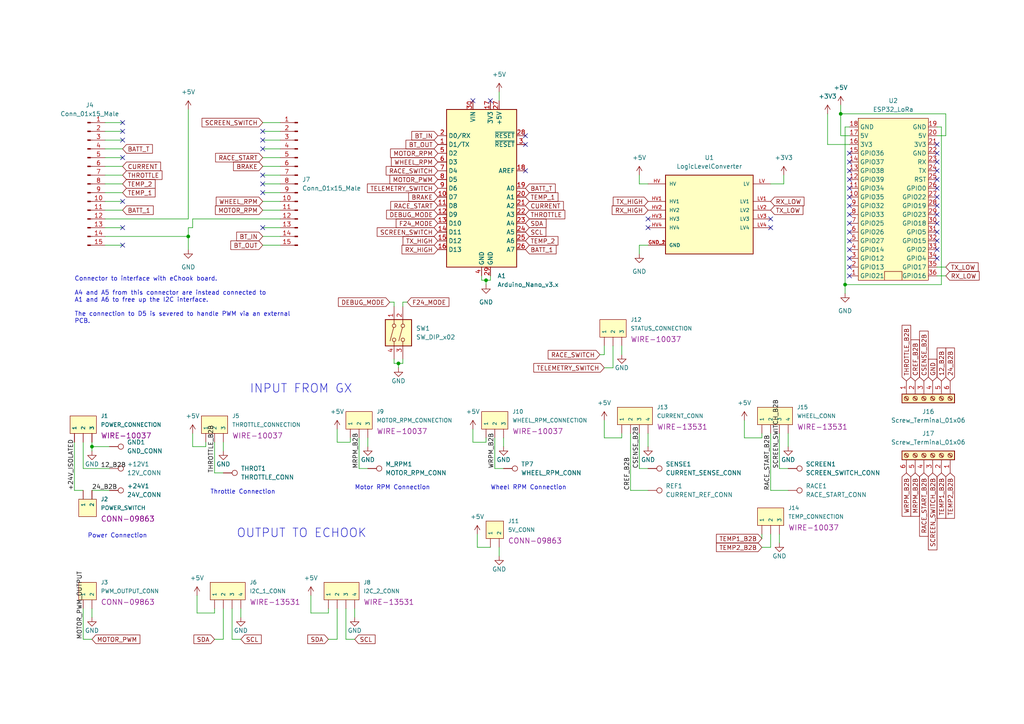
<source format=kicad_sch>
(kicad_sch (version 20211123) (generator eeschema)
  (paper "A4")
  (lib_symbols
    (symbol "Connector:Conn_01x15_Male" (pin_names (offset 1.016) hide)
      (property "Reference" "J" (at 0 20.32 0))
      (property "Value" "Conn_01x15_Male" (at 0 -20.32 0))
      (symbol "Conn_01x15_Male_1_1"
        (polyline (pts (xy 1.27 -17.78) (xy 0.8636 -17.78)) (stroke (width 0.1524)))
        (polyline (pts (xy 1.27 -15.24) (xy 0.8636 -15.24)) (stroke (width 0.1524)))
        (polyline (pts (xy 1.27 -12.7) (xy 0.8636 -12.7)) (stroke (width 0.1524)))
        (polyline (pts (xy 1.27 -10.16) (xy 0.8636 -10.16)) (stroke (width 0.1524)))
        (polyline (pts (xy 1.27 -7.62) (xy 0.8636 -7.62)) (stroke (width 0.1524)))
        (polyline (pts (xy 1.27 -5.08) (xy 0.8636 -5.08)) (stroke (width 0.1524)))
        (polyline (pts (xy 1.27 -2.54) (xy 0.8636 -2.54)) (stroke (width 0.1524)))
        (polyline (pts (xy 1.27 0) (xy 0.8636 0)) (stroke (width 0.1524)))
        (polyline (pts (xy 1.27 2.54) (xy 0.8636 2.54)) (stroke (width 0.1524)))
        (polyline (pts (xy 1.27 5.08) (xy 0.8636 5.08)) (stroke (width 0.1524)))
        (polyline (pts (xy 1.27 7.62) (xy 0.8636 7.62)) (stroke (width 0.1524)))
        (polyline (pts (xy 1.27 10.16) (xy 0.8636 10.16)) (stroke (width 0.1524)))
        (polyline (pts (xy 1.27 12.7) (xy 0.8636 12.7)) (stroke (width 0.1524)))
        (polyline (pts (xy 1.27 15.24) (xy 0.8636 15.24)) (stroke (width 0.1524)))
        (polyline (pts (xy 1.27 17.78) (xy 0.8636 17.78)) (stroke (width 0.1524)))
        (rectangle (start 0.8636 -17.653) (end 0 -17.907) (stroke (width 0.1524)) (fill (type outline)))
        (rectangle (start 0.8636 -15.113) (end 0 -15.367) (stroke (width 0.1524)) (fill (type outline)))
        (rectangle (start 0.8636 -12.573) (end 0 -12.827) (stroke (width 0.1524)) (fill (type outline)))
        (rectangle (start 0.8636 -10.033) (end 0 -10.287) (stroke (width 0.1524)) (fill (type outline)))
        (rectangle (start 0.8636 -7.493) (end 0 -7.747) (stroke (width 0.1524)) (fill (type outline)))
        (rectangle (start 0.8636 -4.953) (end 0 -5.207) (stroke (width 0.1524)) (fill (type outline)))
        (rectangle (start 0.8636 -2.413) (end 0 -2.667) (stroke (width 0.1524)) (fill (type outline)))
        (rectangle (start 0.8636 0.127) (end 0 -0.127) (stroke (width 0.1524)) (fill (type outline)))
        (rectangle (start 0.8636 2.667) (end 0 2.413) (stroke (width 0.1524)) (fill (type outline)))
        (rectangle (start 0.8636 5.207) (end 0 4.953) (stroke (width 0.1524)) (fill (type outline)))
        (rectangle (start 0.8636 7.747) (end 0 7.493) (stroke (width 0.1524)) (fill (type outline)))
        (rectangle (start 0.8636 10.287) (end 0 10.033) (stroke (width 0.1524)) (fill (type outline)))
        (rectangle (start 0.8636 12.827) (end 0 12.573) (stroke (width 0.1524)) (fill (type outline)))
        (rectangle (start 0.8636 15.367) (end 0 15.113) (stroke (width 0.1524)) (fill (type outline)))
        (rectangle (start 0.8636 17.907) (end 0 17.653) (stroke (width 0.1524)) (fill (type outline)))
        (pin passive line (at 5.08 17.78 180) (length 3.81) (name "Pin_1") (number "1"))
        (pin passive line (at 5.08 -5.08 180) (length 3.81) (name "Pin_10") (number "10"))
        (pin passive line (at 5.08 -7.62 180) (length 3.81) (name "Pin_11") (number "11"))
        (pin passive line (at 5.08 -10.16 180) (length 3.81) (name "Pin_12") (number "12"))
        (pin passive line (at 5.08 -12.7 180) (length 3.81) (name "Pin_13") (number "13"))
        (pin passive line (at 5.08 -15.24 180) (length 3.81) (name "Pin_14") (number "14"))
        (pin passive line (at 5.08 -17.78 180) (length 3.81) (name "Pin_15") (number "15"))
        (pin passive line (at 5.08 15.24 180) (length 3.81) (name "Pin_2") (number "2"))
        (pin passive line (at 5.08 12.7 180) (length 3.81) (name "Pin_3") (number "3"))
        (pin passive line (at 5.08 10.16 180) (length 3.81) (name "Pin_4") (number "4"))
        (pin passive line (at 5.08 7.62 180) (length 3.81) (name "Pin_5") (number "5"))
        (pin passive line (at 5.08 5.08 180) (length 3.81) (name "Pin_6") (number "6"))
        (pin passive line (at 5.08 2.54 180) (length 3.81) (name "Pin_7") (number "7"))
        (pin passive line (at 5.08 0 180) (length 3.81) (name "Pin_8") (number "8"))
        (pin passive line (at 5.08 -2.54 180) (length 3.81) (name "Pin_9") (number "9"))
      )
    )
    (symbol "Connector:Screw_Terminal_01x06" (pin_names (offset 1.016) hide)
      (property "Reference" "J" (at 0 7.62 0))
      (property "Value" "Screw_Terminal_01x06" (at 0 -10.16 0))
      (symbol "Screw_Terminal_01x06_1_1"
        (rectangle (start -1.27 6.35) (end 1.27 -8.89) (stroke (width 0.254)) (fill (type background)))
        (circle (center 0 -7.62) (radius 0.635) (stroke (width 0.1524)))
        (circle (center 0 -5.08) (radius 0.635) (stroke (width 0.1524)))
        (circle (center 0 -2.54) (radius 0.635) (stroke (width 0.1524)))
        (polyline (pts (xy -0.5334 -7.2898) (xy 0.3302 -8.128)) (stroke (width 0.1524)))
        (polyline (pts (xy -0.5334 -4.7498) (xy 0.3302 -5.588)) (stroke (width 0.1524)))
        (polyline (pts (xy -0.5334 -2.2098) (xy 0.3302 -3.048)) (stroke (width 0.1524)))
        (polyline (pts (xy -0.5334 0.3302) (xy 0.3302 -0.508)) (stroke (width 0.1524)))
        (polyline (pts (xy -0.5334 2.8702) (xy 0.3302 2.032)) (stroke (width 0.1524)))
        (polyline (pts (xy -0.5334 5.4102) (xy 0.3302 4.572)) (stroke (width 0.1524)))
        (polyline (pts (xy -0.3556 -7.112) (xy 0.508 -7.9502)) (stroke (width 0.1524)))
        (polyline (pts (xy -0.3556 -4.572) (xy 0.508 -5.4102)) (stroke (width 0.1524)))
        (polyline (pts (xy -0.3556 -2.032) (xy 0.508 -2.8702)) (stroke (width 0.1524)))
        (polyline (pts (xy -0.3556 0.508) (xy 0.508 -0.3302)) (stroke (width 0.1524)))
        (polyline (pts (xy -0.3556 3.048) (xy 0.508 2.2098)) (stroke (width 0.1524)))
        (polyline (pts (xy -0.3556 5.588) (xy 0.508 4.7498)) (stroke (width 0.1524)))
        (circle (center 0 0) (radius 0.635) (stroke (width 0.1524)))
        (circle (center 0 2.54) (radius 0.635) (stroke (width 0.1524)))
        (circle (center 0 5.08) (radius 0.635) (stroke (width 0.1524)))
        (pin passive line (at -5.08 5.08 0) (length 3.81) (name "Pin_1") (number "1"))
        (pin passive line (at -5.08 2.54 0) (length 3.81) (name "Pin_2") (number "2"))
        (pin passive line (at -5.08 0 0) (length 3.81) (name "Pin_3") (number "3"))
        (pin passive line (at -5.08 -2.54 0) (length 3.81) (name "Pin_4") (number "4"))
        (pin passive line (at -5.08 -5.08 0) (length 3.81) (name "Pin_5") (number "5"))
        (pin passive line (at -5.08 -7.62 0) (length 3.81) (name "Pin_6") (number "6"))
      )
    )
    (symbol "Connector:TestPoint" (pin_numbers hide) (pin_names (offset 0.762) hide)
      (property "Reference" "TP" (at 0 6.858 0))
      (property "Value" "TestPoint" (at 0 5.08 0))
      (symbol "TestPoint_0_1"
        (circle (center 0 3.302) (radius 0.762))
      )
      (symbol "TestPoint_1_1"
        (pin passive line (at 0 0 90) (length 2.54) (name "1") (number "1"))
      )
    )
    (symbol "MCU_Module:Arduino_Nano_v3.x"
      (property "Reference" "A" (at -10.16 23.495 0))
      (property "Value" "Arduino_Nano_v3.x" (at 5.08 -24.13 0))
      (symbol "Arduino_Nano_v3.x_0_1"
        (rectangle (start -10.16 22.86) (end 10.16 -22.86) (stroke (width 0.254)) (fill (type background)))
      )
      (symbol "Arduino_Nano_v3.x_1_1"
        (pin bidirectional line (at -12.7 12.7 0) (length 2.54) (name "D1/TX") (number "1"))
        (pin bidirectional line (at -12.7 -2.54 0) (length 2.54) (name "D7") (number "10"))
        (pin bidirectional line (at -12.7 -5.08 0) (length 2.54) (name "D8") (number "11"))
        (pin bidirectional line (at -12.7 -7.62 0) (length 2.54) (name "D9") (number "12"))
        (pin bidirectional line (at -12.7 -10.16 0) (length 2.54) (name "D10") (number "13"))
        (pin bidirectional line (at -12.7 -12.7 0) (length 2.54) (name "D11") (number "14"))
        (pin bidirectional line (at -12.7 -15.24 0) (length 2.54) (name "D12") (number "15"))
        (pin bidirectional line (at -12.7 -17.78 0) (length 2.54) (name "D13") (number "16"))
        (pin power_out line (at 2.54 25.4 270) (length 2.54) (name "3V3") (number "17"))
        (pin input line (at 12.7 5.08 180) (length 2.54) (name "AREF") (number "18"))
        (pin bidirectional line (at 12.7 0 180) (length 2.54) (name "A0") (number "19"))
        (pin bidirectional line (at -12.7 15.24 0) (length 2.54) (name "D0/RX") (number "2"))
        (pin bidirectional line (at 12.7 -2.54 180) (length 2.54) (name "A1") (number "20"))
        (pin bidirectional line (at 12.7 -5.08 180) (length 2.54) (name "A2") (number "21"))
        (pin bidirectional line (at 12.7 -7.62 180) (length 2.54) (name "A3") (number "22"))
        (pin bidirectional line (at 12.7 -10.16 180) (length 2.54) (name "A4") (number "23"))
        (pin bidirectional line (at 12.7 -12.7 180) (length 2.54) (name "A5") (number "24"))
        (pin bidirectional line (at 12.7 -15.24 180) (length 2.54) (name "A6") (number "25"))
        (pin bidirectional line (at 12.7 -17.78 180) (length 2.54) (name "A7") (number "26"))
        (pin power_out line (at 5.08 25.4 270) (length 2.54) (name "+5V") (number "27"))
        (pin input line (at 12.7 15.24 180) (length 2.54) (name "~{RESET}") (number "28"))
        (pin power_in line (at 2.54 -25.4 90) (length 2.54) (name "GND") (number "29"))
        (pin input line (at 12.7 12.7 180) (length 2.54) (name "~{RESET}") (number "3"))
        (pin power_in line (at -2.54 25.4 270) (length 2.54) (name "VIN") (number "30"))
        (pin power_in line (at 0 -25.4 90) (length 2.54) (name "GND") (number "4"))
        (pin bidirectional line (at -12.7 10.16 0) (length 2.54) (name "D2") (number "5"))
        (pin bidirectional line (at -12.7 7.62 0) (length 2.54) (name "D3") (number "6"))
        (pin bidirectional line (at -12.7 5.08 0) (length 2.54) (name "D4") (number "7"))
        (pin bidirectional line (at -12.7 2.54 0) (length 2.54) (name "D5") (number "8"))
        (pin bidirectional line (at -12.7 0 0) (length 2.54) (name "D6") (number "9"))
      )
    )
    (symbol "SparkFun-Connectors:CONN_02JST-PTH-2" (pin_numbers hide) (pin_names (offset 1.016))
      (property "Reference" "J" (at -5.08 5.08 0))
      (property "Value" "CONN_02JST-PTH-2" (at -5.08 -3.81 0))
      (property "Field4" "CONN-09863" (at 0 8.89 0))
      (symbol "CONN_02JST-PTH-2_1_0"
        (rectangle (start 0 -1.27) (end -5.08 3.81) (fill (type background)))
      )
      (symbol "CONN_02JST-PTH-2_1_1"
        (pin passive line (at 2.54 0 180) (length 2.54) (name "1") (number "1"))
        (pin passive line (at 2.54 2.54 180) (length 2.54) (name "2") (number "2"))
      )
    )
    (symbol "SparkFun-Connectors:CONN_03JST-PTH" (pin_numbers hide) (pin_names (offset 1.016))
      (property "Reference" "J" (at -5.08 7.62 0))
      (property "Value" "CONN_03JST-PTH" (at -5.08 -3.81 0))
      (property "Field4" "WIRE-10037" (at 0 11.43 0))
      (symbol "CONN_03JST-PTH_0_1"
        (rectangle (start 0 -1.27) (end -5.08 6.35) (fill (type background)))
      )
      (symbol "CONN_03JST-PTH_1_1"
        (pin passive line (at 2.54 0 180) (length 2.54) (name "1") (number "1"))
        (pin passive line (at 2.54 2.54 180) (length 2.54) (name "2") (number "2"))
        (pin passive line (at 2.54 5.08 180) (length 2.54) (name "3") (number "3"))
      )
    )
    (symbol "SparkFun-Connectors:CONN_04JST-PTH" (pin_numbers hide) (pin_names (offset 1.016))
      (property "Reference" "J" (at -5.08 10.16 0))
      (property "Value" "CONN_04JST-PTH" (at -5.08 -3.81 0))
      (property "Field4" "WIRE-13531" (at 0 13.97 0))
      (symbol "CONN_04JST-PTH_0_1"
        (rectangle (start 0 -1.27) (end -5.08 8.89) (fill (type background)))
      )
      (symbol "CONN_04JST-PTH_1_1"
        (pin passive line (at 2.54 0 180) (length 2.54) (name "1") (number "1"))
        (pin passive line (at 2.54 2.54 180) (length 2.54) (name "2") (number "2"))
        (pin passive line (at 2.54 5.08 180) (length 2.54) (name "3") (number "3"))
        (pin passive line (at 2.54 7.62 180) (length 2.54) (name "4") (number "4"))
      )
    )
    (symbol "Switch:SW_DIP_x02" (pin_names (offset 0) hide)
      (property "Reference" "SW" (at 0 6.35 0))
      (property "Value" "SW_DIP_x02" (at 0 -3.81 0))
      (symbol "SW_DIP_x02_0_0"
        (circle (center -2.032 0) (radius 0.508))
        (circle (center -2.032 2.54) (radius 0.508))
        (polyline (pts (xy -1.524 0.127) (xy 2.3622 1.1684)))
        (polyline (pts (xy -1.524 2.667) (xy 2.3622 3.7084)))
        (circle (center 2.032 0) (radius 0.508))
        (circle (center 2.032 2.54) (radius 0.508))
      )
      (symbol "SW_DIP_x02_0_1"
        (rectangle (start -3.81 5.08) (end 3.81 -2.54) (stroke (width 0.254)) (fill (type background)))
      )
      (symbol "SW_DIP_x02_1_1"
        (pin passive line (at -7.62 2.54 0) (length 5.08) (name "~") (number "1"))
        (pin passive line (at -7.62 0 0) (length 5.08) (name "~") (number "2"))
        (pin passive line (at 7.62 0 180) (length 5.08) (name "~") (number "3"))
        (pin passive line (at 7.62 2.54 180) (length 5.08) (name "~") (number "4"))
      )
    )
    (symbol "power:+3V3" (power) (pin_names (offset 0))
      (property "Value" "+3V3" (at 0 3.556 0))
      (symbol "+3V3_0_1"
        (polyline (pts (xy -0.762 1.27) (xy 0 2.54)))
        (polyline (pts (xy 0 0) (xy 0 2.54)))
        (polyline (pts (xy 0 2.54) (xy 0.762 1.27)))
      )
      (symbol "+3V3_1_1"
        (pin power_in line (at 0 0 90) (length 0) hide (name "+3V3") (number "1"))
      )
    )
    (symbol "power:+5V" (power) (pin_names (offset 0))
      (property "Value" "+5V" (at 0 3.556 0))
      (symbol "+5V_0_1"
        (polyline (pts (xy -0.762 1.27) (xy 0 2.54)))
        (polyline (pts (xy 0 0) (xy 0 2.54)))
        (polyline (pts (xy 0 2.54) (xy 0.762 1.27)))
      )
      (symbol "+5V_1_1"
        (pin power_in line (at 0 0 90) (length 0) hide (name "+5V") (number "1"))
      )
    )
    (symbol "power:GND" (power) (pin_names (offset 0))
      (property "Value" "GND" (at 0 -3.81 0))
      (symbol "GND_0_1"
        (polyline (pts (xy 0 0) (xy 0 -1.27) (xy 1.27 -1.27) (xy 0 -2.54) (xy -1.27 -1.27) (xy 0 -1.27)))
      )
      (symbol "GND_1_1"
        (pin power_in line (at 0 0 270) (length 0) hide (name "GND") (number "1"))
      )
    )
    (symbol "racetrackr:ESP32_LoRa"
      (property "Reference" "U" (at 0 0 0))
      (property "Value" "ESP32_LoRa" (at 0 0 0))
      (symbol "ESP32_LoRa_0_1"
        (rectangle (start -10.16 49.53) (end 10.16 2.54) (fill (type background)))
        (rectangle (start -2.54 2.54) (end 2.54 5.08))
      )
      (symbol "ESP32_LoRa_1_1"
        (pin input line (at -12.7 3.81 0) (length 2.54) (name "GPIO21") (number "1"))
        (pin input line (at -12.7 26.67 0) (length 2.54) (name "GPIO35") (number "10"))
        (pin input line (at -12.7 29.21 0) (length 2.54) (name "GPIO34") (number "11"))
        (pin input line (at -12.7 31.75 0) (length 2.54) (name "GPIO39") (number "12"))
        (pin input line (at -12.7 34.29 0) (length 2.54) (name "GPIO38") (number "13"))
        (pin input line (at -12.7 36.83 0) (length 2.54) (name "GPIO37") (number "14"))
        (pin input line (at -12.7 39.37 0) (length 2.54) (name "GPIO36") (number "15"))
        (pin power_in line (at -12.7 41.91 0) (length 2.54) (name "3V3") (number "16"))
        (pin power_in line (at -12.7 44.45 0) (length 2.54) (name "5V") (number "17"))
        (pin power_in line (at -12.7 46.99 0) (length 2.54) (name "GND") (number "18"))
        (pin power_in line (at 12.7 46.99 180) (length 2.54) (name "GND") (number "19"))
        (pin input line (at -12.7 6.35 0) (length 2.54) (name "GPIO13") (number "2"))
        (pin power_in line (at 12.7 44.45 180) (length 2.54) (name "5V") (number "20"))
        (pin power_in line (at 12.7 41.91 180) (length 2.54) (name "3V3") (number "21"))
        (pin power_in line (at 12.7 39.37 180) (length 2.54) (name "GND") (number "22"))
        (pin input line (at 12.7 36.83 180) (length 2.54) (name "RX") (number "23"))
        (pin input line (at 12.7 34.29 180) (length 2.54) (name "TX") (number "24"))
        (pin input line (at 12.7 31.75 180) (length 2.54) (name "RST") (number "25"))
        (pin input line (at 12.7 29.21 180) (length 2.54) (name "GPIO0") (number "26"))
        (pin input line (at 12.7 26.67 180) (length 2.54) (name "GPIO22") (number "27"))
        (pin input line (at 12.7 24.13 180) (length 2.54) (name "GPIO19") (number "28"))
        (pin input line (at 12.7 21.59 180) (length 2.54) (name "GPIO23") (number "29"))
        (pin input line (at -12.7 8.89 0) (length 2.54) (name "GPIO12") (number "3"))
        (pin input line (at 12.7 19.05 180) (length 2.54) (name "GPIO18") (number "30"))
        (pin input line (at 12.7 16.51 180) (length 2.54) (name "GPIO5") (number "31"))
        (pin input line (at 12.7 13.97 180) (length 2.54) (name "GPIO15") (number "32"))
        (pin input line (at 12.7 11.43 180) (length 2.54) (name "GPIO2") (number "33"))
        (pin input line (at 12.7 8.89 180) (length 2.54) (name "GPIO4") (number "34"))
        (pin input line (at 12.7 6.35 180) (length 2.54) (name "GPIO17") (number "35"))
        (pin input line (at 12.7 3.81 180) (length 2.54) (name "GPIO16") (number "36"))
        (pin input line (at -12.7 11.43 0) (length 2.54) (name "GPIO14") (number "4"))
        (pin input line (at -12.7 13.97 0) (length 2.54) (name "GPIO27") (number "5"))
        (pin input line (at -12.7 16.51 0) (length 2.54) (name "GPIO26") (number "6"))
        (pin input line (at -12.7 19.05 0) (length 2.54) (name "GPIO25") (number "7"))
        (pin input line (at -12.7 21.59 0) (length 2.54) (name "GPIO33") (number "8"))
        (pin input line (at -12.7 24.13 0) (length 2.54) (name "GPIO32") (number "9"))
      )
    )
    (symbol "racetrackr:LogicLevelConverter" (pin_names (offset 1.016))
      (property "Reference" "U" (at -12.7 11.43 0))
      (property "Value" "LogicLevelConverter" (at -12.7 -15.24 0))
      (symbol "LogicLevelConverter_0_0"
        (rectangle (start -12.7 -12.7) (end 12.7 10.16) (stroke (width 0.254)) (fill (type background)))
        (pin power_in line (at 17.78 -10.16 180) (length 5.08) (name "GND") (number "GND_1"))
        (pin power_in line (at 17.78 -10.16 180) (length 5.08) (name "GND") (number "GND_2"))
        (pin bidirectional line (at 17.78 7.62 180) (length 5.08) (name "HV") (number "HV"))
        (pin bidirectional line (at 17.78 2.54 180) (length 5.08) (name "HV1") (number "HV1"))
        (pin bidirectional line (at 17.78 0 180) (length 5.08) (name "HV2") (number "HV2"))
        (pin bidirectional line (at 17.78 -2.54 180) (length 5.08) (name "HV3") (number "HV3"))
        (pin bidirectional line (at 17.78 -5.08 180) (length 5.08) (name "HV4") (number "HV4"))
        (pin bidirectional line (at -17.78 7.62 0) (length 5.08) (name "LV") (number "LV"))
        (pin bidirectional line (at -17.78 2.54 0) (length 5.08) (name "LV1") (number "LV1"))
        (pin bidirectional line (at -17.78 0 0) (length 5.08) (name "LV2") (number "LV2"))
        (pin bidirectional line (at -17.78 -2.54 0) (length 5.08) (name "LV3") (number "LV3"))
        (pin bidirectional line (at -17.78 -5.08 0) (length 5.08) (name "LV4") (number "LV4"))
      )
    )
  )
  (junction (at 243.84 33.02))
  (junction (at 115.57 105.41))
  (junction (at 140.97 81.28))
  (junction (at 26.67 129.54))
  (junction (at 245.11 82.55))
  (junction (at 54.61 68.58))
  (no_connect (at 35.56 35.56))
  (no_connect (at 76.2 53.34))
  (no_connect (at 76.2 55.88))
  (no_connect (at 152.4 49.53))
  (no_connect (at 76.2 66.04))
  (no_connect (at 35.56 66.04))
  (no_connect (at 35.56 40.64))
  (no_connect (at 76.2 43.18))
  (no_connect (at 76.2 40.64))
  (no_connect (at 76.2 38.1))
  (no_connect (at 137.16 29.21))
  (no_connect (at 152.4 41.91))
  (no_connect (at 152.4 39.37))
  (no_connect (at 142.24 29.21))
  (no_connect (at 35.56 45.72))
  (no_connect (at 187.96 66.04))
  (no_connect (at 187.96 63.5))
  (no_connect (at 223.52 66.04))
  (no_connect (at 223.52 63.5))
  (no_connect (at 246.38 54.61))
  (no_connect (at 246.38 52.07))
  (no_connect (at 271.78 72.39))
  (no_connect (at 271.78 74.93))
  (no_connect (at 271.78 59.69))
  (no_connect (at 271.78 57.15))
  (no_connect (at 246.38 46.99))
  (no_connect (at 246.38 49.53))
  (no_connect (at 246.38 44.45))
  (no_connect (at 246.38 72.39))
  (no_connect (at 246.38 69.85))
  (no_connect (at 246.38 67.31))
  (no_connect (at 246.38 74.93))
  (no_connect (at 246.38 57.15))
  (no_connect (at 246.38 62.23))
  (no_connect (at 246.38 59.69))
  (no_connect (at 246.38 64.77))
  (no_connect (at 271.78 69.85))
  (no_connect (at 271.78 67.31))
  (no_connect (at 271.78 64.77))
  (no_connect (at 271.78 62.23))
  (no_connect (at 246.38 80.01))
  (no_connect (at 246.38 77.47))
  (no_connect (at 35.56 38.1))
  (no_connect (at 35.56 71.12))
  (no_connect (at 271.78 54.61))
  (no_connect (at 271.78 49.53))
  (no_connect (at 271.78 52.07))
  (no_connect (at 271.78 44.45))
  (no_connect (at 271.78 46.99))
  (no_connect (at 271.78 41.91))
  (no_connect (at 76.2 50.8))
  (no_connect (at 35.56 58.42))
  (wire (pts (xy 54.61 66.04) (xy 54.61 68.58)))
  (wire (pts (xy 215.9 121.92) (xy 215.9 127)))
  (wire (pts (xy 76.2 50.8) (xy 81.28 50.8)))
  (wire (pts (xy 76.2 45.72) (xy 81.28 45.72)))
  (wire (pts (xy 139.7 80.01) (xy 139.7 81.28)))
  (wire (pts (xy 26.67 129.54) (xy 31.75 129.54)))
  (wire (pts (xy 76.2 53.34) (xy 81.28 53.34)))
  (wire (pts (xy 97.79 176.53) (xy 97.79 185.42)))
  (wire (pts (xy 246.38 41.91) (xy 240.03 41.91)))
  (wire (pts (xy 271.78 80.01) (xy 274.32 80.01)))
  (wire (pts (xy 21.59 142.24) (xy 24.13 142.24)))
  (wire (pts (xy 246.38 36.83) (xy 245.11 36.83)))
  (wire (pts (xy 35.56 43.18) (xy 30.48 43.18)))
  (wire (pts (xy 139.7 81.28) (xy 140.97 81.28)))
  (wire (pts (xy 140.97 81.28) (xy 140.97 82.55)))
  (wire (pts (xy 243.84 33.02) (xy 274.32 33.02)))
  (wire (pts (xy 67.31 185.42) (xy 69.85 185.42)))
  (wire (pts (xy 97.79 124.46) (xy 97.79 128.27)))
  (wire (pts (xy 21.59 128.27) (xy 21.59 142.24)))
  (wire (pts (xy 220.98 125.73) (xy 220.98 127)))
  (wire (pts (xy 76.2 71.12) (xy 81.28 71.12)))
  (wire (pts (xy 26.67 130.81) (xy 26.67 129.54)))
  (wire (pts (xy 64.77 176.53) (xy 64.77 185.42)))
  (wire (pts (xy 55.88 63.5) (xy 55.88 66.04)))
  (wire (pts (xy 245.11 82.55) (xy 273.05 82.55)))
  (wire (pts (xy 175.26 100.33) (xy 175.26 102.87)))
  (wire (pts (xy 62.23 128.27) (xy 62.23 137.16)))
  (wire (pts (xy 95.25 176.53) (xy 95.25 177.8)))
  (wire (pts (xy 57.15 172.72) (xy 57.15 177.8)))
  (wire (pts (xy 35.56 60.96) (xy 30.48 60.96)))
  (wire (pts (xy 100.33 176.53) (xy 100.33 185.42)))
  (wire (pts (xy 62.23 137.16) (xy 64.77 137.16)))
  (wire (pts (xy 30.48 38.1) (xy 35.56 38.1)))
  (wire (pts (xy 144.78 158.75) (xy 144.78 161.29)))
  (wire (pts (xy 185.42 125.73) (xy 185.42 135.89)))
  (wire (pts (xy 95.25 185.42) (xy 97.79 185.42)))
  (wire (pts (xy 55.88 125.73) (xy 55.88 129.54)))
  (wire (pts (xy 187.96 135.89) (xy 185.42 135.89)))
  (wire (pts (xy 243.84 30.48) (xy 243.84 33.02)))
  (wire (pts (xy 101.6 128.27) (xy 97.79 128.27)))
  (wire (pts (xy 24.13 135.89) (xy 31.75 135.89)))
  (wire (pts (xy 30.48 63.5) (xy 54.61 63.5)))
  (wire (pts (xy 182.88 142.24) (xy 187.96 142.24)))
  (wire (pts (xy 114.3 87.63) (xy 114.3 88.9)))
  (wire (pts (xy 187.96 125.73) (xy 187.96 129.54)))
  (wire (pts (xy 243.84 33.02) (xy 243.84 39.37)))
  (wire (pts (xy 69.85 176.53) (xy 69.85 179.07)))
  (wire (pts (xy 273.05 36.83) (xy 273.05 82.55)))
  (wire (pts (xy 185.42 71.12) (xy 185.42 73.66)))
  (wire (pts (xy 143.51 135.89) (xy 146.05 135.89)))
  (wire (pts (xy 274.32 39.37) (xy 274.32 33.02)))
  (wire (pts (xy 54.61 68.58) (xy 54.61 72.39)))
  (wire (pts (xy 76.2 43.18) (xy 81.28 43.18)))
  (wire (pts (xy 113.03 87.63) (xy 114.3 87.63)))
  (wire (pts (xy 180.34 125.73) (xy 180.34 127)))
  (wire (pts (xy 220.98 154.94) (xy 220.98 156.21)))
  (wire (pts (xy 67.31 176.53) (xy 67.31 185.42)))
  (wire (pts (xy 116.84 104.14) (xy 116.84 105.41)))
  (wire (pts (xy 54.61 31.75) (xy 54.61 63.5)))
  (wire (pts (xy 146.05 127) (xy 146.05 129.54)))
  (wire (pts (xy 35.56 40.64) (xy 30.48 40.64)))
  (wire (pts (xy 245.11 82.55) (xy 245.11 85.09)))
  (wire (pts (xy 76.2 38.1) (xy 81.28 38.1)))
  (wire (pts (xy 138.43 154.94) (xy 138.43 158.75)))
  (wire (pts (xy 215.9 127) (xy 220.98 127)))
  (wire (pts (xy 228.6 135.89) (xy 226.06 135.89)))
  (wire (pts (xy 90.17 172.72) (xy 90.17 177.8)))
  (wire (pts (xy 142.24 158.75) (xy 138.43 158.75)))
  (wire (pts (xy 116.84 87.63) (xy 118.11 87.63)))
  (wire (pts (xy 185.42 53.34) (xy 187.96 53.34)))
  (wire (pts (xy 76.2 40.64) (xy 81.28 40.64)))
  (wire (pts (xy 182.88 125.73) (xy 182.88 142.24)))
  (wire (pts (xy 114.3 104.14) (xy 114.3 105.41)))
  (wire (pts (xy 101.6 127) (xy 101.6 128.27)))
  (wire (pts (xy 100.33 185.42) (xy 102.87 185.42)))
  (wire (pts (xy 24.13 128.27) (xy 24.13 135.89)))
  (wire (pts (xy 104.14 127) (xy 104.14 135.89)))
  (wire (pts (xy 35.56 55.88) (xy 30.48 55.88)))
  (wire (pts (xy 35.56 45.72) (xy 30.48 45.72)))
  (wire (pts (xy 177.8 100.33) (xy 177.8 106.68)))
  (wire (pts (xy 223.52 125.73) (xy 223.52 142.24)))
  (wire (pts (xy 114.3 105.41) (xy 115.57 105.41)))
  (wire (pts (xy 223.52 53.34) (xy 227.33 53.34)))
  (wire (pts (xy 62.23 185.42) (xy 64.77 185.42)))
  (wire (pts (xy 116.84 88.9) (xy 116.84 87.63)))
  (wire (pts (xy 62.23 176.53) (xy 62.23 177.8)))
  (wire (pts (xy 140.97 81.28) (xy 142.24 81.28)))
  (wire (pts (xy 175.26 106.68) (xy 177.8 106.68)))
  (wire (pts (xy 55.88 63.5) (xy 81.28 63.5)))
  (wire (pts (xy 76.2 55.88) (xy 81.28 55.88)))
  (wire (pts (xy 59.69 129.54) (xy 55.88 129.54)))
  (wire (pts (xy 180.34 100.33) (xy 180.34 102.87)))
  (wire (pts (xy 57.15 177.8) (xy 62.23 177.8)))
  (wire (pts (xy 76.2 58.42) (xy 81.28 58.42)))
  (wire (pts (xy 30.48 68.58) (xy 54.61 68.58)))
  (wire (pts (xy 24.13 176.53) (xy 24.13 185.42)))
  (wire (pts (xy 223.52 142.24) (xy 228.6 142.24)))
  (wire (pts (xy 76.2 68.58) (xy 81.28 68.58)))
  (wire (pts (xy 55.88 66.04) (xy 54.61 66.04)))
  (wire (pts (xy 246.38 39.37) (xy 243.84 39.37)))
  (wire (pts (xy 30.48 71.12) (xy 35.56 71.12)))
  (wire (pts (xy 26.67 176.53) (xy 26.67 179.07)))
  (wire (pts (xy 228.6 125.73) (xy 228.6 129.54)))
  (wire (pts (xy 35.56 58.42) (xy 30.48 58.42)))
  (wire (pts (xy 175.26 127) (xy 180.34 127)))
  (wire (pts (xy 185.42 50.8) (xy 185.42 53.34)))
  (wire (pts (xy 76.2 48.26) (xy 81.28 48.26)))
  (wire (pts (xy 26.67 142.24) (xy 31.75 142.24)))
  (wire (pts (xy 106.68 127) (xy 106.68 129.54)))
  (wire (pts (xy 173.99 102.87) (xy 175.26 102.87)))
  (wire (pts (xy 226.06 125.73) (xy 226.06 135.89)))
  (wire (pts (xy 175.26 121.92) (xy 175.26 127)))
  (wire (pts (xy 187.96 71.12) (xy 185.42 71.12)))
  (wire (pts (xy 140.97 127) (xy 140.97 128.27)))
  (wire (pts (xy 143.51 127) (xy 143.51 135.89)))
  (wire (pts (xy 76.2 60.96) (xy 81.28 60.96)))
  (wire (pts (xy 115.57 105.41) (xy 116.84 105.41)))
  (wire (pts (xy 240.03 33.02) (xy 240.03 41.91)))
  (wire (pts (xy 24.13 185.42) (xy 26.67 185.42)))
  (wire (pts (xy 35.56 48.26) (xy 30.48 48.26)))
  (wire (pts (xy 271.78 77.47) (xy 274.32 77.47)))
  (wire (pts (xy 59.69 128.27) (xy 59.69 129.54)))
  (wire (pts (xy 220.98 158.75) (xy 223.52 158.75)))
  (wire (pts (xy 223.52 154.94) (xy 223.52 158.75)))
  (wire (pts (xy 35.56 53.34) (xy 30.48 53.34)))
  (wire (pts (xy 227.33 50.8) (xy 227.33 53.34)))
  (wire (pts (xy 245.11 36.83) (xy 245.11 82.55)))
  (wire (pts (xy 35.56 35.56) (xy 30.48 35.56)))
  (wire (pts (xy 137.16 124.46) (xy 137.16 128.27)))
  (wire (pts (xy 104.14 135.89) (xy 106.68 135.89)))
  (wire (pts (xy 142.24 80.01) (xy 142.24 81.28)))
  (wire (pts (xy 226.06 154.94) (xy 226.06 157.48)))
  (wire (pts (xy 90.17 177.8) (xy 95.25 177.8)))
  (wire (pts (xy 271.78 36.83) (xy 273.05 36.83)))
  (wire (pts (xy 35.56 50.8) (xy 30.48 50.8)))
  (wire (pts (xy 64.77 128.27) (xy 64.77 130.81)))
  (wire (pts (xy 140.97 128.27) (xy 137.16 128.27)))
  (wire (pts (xy 76.2 66.04) (xy 81.28 66.04)))
  (wire (pts (xy 115.57 105.41) (xy 115.57 106.68)))
  (wire (pts (xy 144.78 26.67) (xy 144.78 29.21)))
  (wire (pts (xy 26.67 128.27) (xy 26.67 129.54)))
  (wire (pts (xy 76.2 35.56) (xy 81.28 35.56)))
  (wire (pts (xy 35.56 66.04) (xy 30.48 66.04)))
  (wire (pts (xy 271.78 39.37) (xy 274.32 39.37)))
  (wire (pts (xy 102.87 176.53) (xy 102.87 179.07)))
  (text "Power Connection" (at 25.4 156.21 0) (effects (font (size 1.27 1.27)) (justify left bottom)))
  (text "Connector to interface with eChook board.\n\nA4 and A5 from this connector are instead connected to\nA1 and A6 to free up the I2C interface.\n\nThe connection to D5 is severed to handle PWM via an external\nPCB." (at 21.59 93.98 0) (effects (font (size 1.27 1.27)) (justify left bottom)))
  (text "Motor RPM Connection" (at 102.87 142.24 0) (effects (font (size 1.27 1.27)) (justify left bottom)))
  (text "OUTPUT TO ECHOOK" (at 68.58 156.21 0) (effects (font (size 2.5 2.5)) (justify left bottom)))
  (text "INPUT FROM GX" (at 72.39 114.3 0) (effects (font (size 2.5 2.5)) (justify left bottom)))
  (text "Throttle Connection" (at 60.96 143.51 0) (effects (font (size 1.27 1.27)) (justify left bottom)))
  (text "Wheel RPM Connection" (at 142.24 142.24 0) (effects (font (size 1.27 1.27)) (justify left bottom)))
  (label "THROTTLE_B2B" (at 62.23 137.16 90))
  (label "CSENSE_B2B" (at 185.42 135.89 90))
  (label "SCREEN_SWITCH_B2B" (at 226.06 135.89 90))
  (label "MRPM_B2B" (at 104.14 135.89 90))
  (label "RACE_START_B2B" (at 223.52 142.24 90))
  (label "+24V_ISOLATED" (at 21.59 142.24 90))
  (label "24_B2B" (at 26.67 142.24 0))
  (label "WRPM_B2B" (at 143.51 135.89 90))
  (label "12_B2B" (at 29.21 135.89 0))
  (label "CREF_B2B" (at 182.88 142.24 90))
  (label "MOTOR_PWM_OUTPUT" (at 24.13 185.42 90))
  (global_label "GND" (shape input) (at 270.51 110.49 90) (property "Intersheet References" "${INTERSHEET_REFS}" (effects hide)))
  (global_label "SCL" (shape input) (at 69.85 185.42 0) (property "Intersheet References" "${INTERSHEET_REFS}" (effects hide)))
  (global_label "RX_LOW" (shape input) (at 274.32 80.01 0) (property "Intersheet References" "${INTERSHEET_REFS}" (effects hide)))
  (global_label "MOTOR_RPM" (shape input) (at 127 44.45 180) (property "Intersheet References" "${INTERSHEET_REFS}" (effects hide)))
  (global_label "THROTTLE_B2B" (shape input) (at 262.89 110.49 90) (property "Intersheet References" "${INTERSHEET_REFS}" (effects hide)))
  (global_label "TELEMETRY_SWITCH" (shape input) (at 127 54.61 180) (property "Intersheet References" "${INTERSHEET_REFS}" (effects hide)))
  (global_label "THROTTLE" (shape input) (at 152.4 62.23 0) (property "Intersheet References" "${INTERSHEET_REFS}" (effects hide)))
  (global_label "BRAKE" (shape input) (at 127 57.15 180) (property "Intersheet References" "${INTERSHEET_REFS}" (effects hide)))
  (global_label "CURRENT" (shape input) (at 152.4 59.69 0) (property "Intersheet References" "${INTERSHEET_REFS}" (effects hide)))
  (global_label "TEMP2_B2B" (shape input) (at 275.59 137.16 270) (property "Intersheet References" "${INTERSHEET_REFS}" (effects hide)))
  (global_label "TEMP_1" (shape input) (at 35.56 55.88 0) (property "Intersheet References" "${INTERSHEET_REFS}" (effects hide)))
  (global_label "RACE_SWITCH" (shape input) (at 127 49.53 180) (property "Intersheet References" "${INTERSHEET_REFS}" (effects hide)))
  (global_label "TELEMETRY_SWITCH" (shape input) (at 175.26 106.68 180) (property "Intersheet References" "${INTERSHEET_REFS}" (effects hide)))
  (global_label "DEBUG_MODE" (shape input) (at 113.03 87.63 180) (property "Intersheet References" "${INTERSHEET_REFS}" (effects hide)))
  (global_label "BT_IN" (shape input) (at 127 39.37 180) (property "Intersheet References" "${INTERSHEET_REFS}" (effects hide)))
  (global_label "TEMP_1" (shape input) (at 152.4 57.15 0) (property "Intersheet References" "${INTERSHEET_REFS}" (effects hide)))
  (global_label "WHEEL_RPM" (shape input) (at 127 46.99 180) (property "Intersheet References" "${INTERSHEET_REFS}" (effects hide)))
  (global_label "BATT_T" (shape input) (at 35.56 43.18 0) (property "Intersheet References" "${INTERSHEET_REFS}" (effects hide)))
  (global_label "DEBUG_MODE" (shape input) (at 127 62.23 180) (property "Intersheet References" "${INTERSHEET_REFS}" (effects hide)))
  (global_label "WRPM_B2B" (shape input) (at 262.89 137.16 270) (property "Intersheet References" "${INTERSHEET_REFS}" (effects hide)))
  (global_label "WHEEL_RPM" (shape input) (at 76.2 58.42 180) (property "Intersheet References" "${INTERSHEET_REFS}" (effects hide)))
  (global_label "MOTOR_PWM" (shape input) (at 26.67 185.42 0) (property "Intersheet References" "${INTERSHEET_REFS}" (effects hide)))
  (global_label "TEMP2_B2B" (shape input) (at 220.98 158.75 180) (property "Intersheet References" "${INTERSHEET_REFS}" (effects hide)))
  (global_label "RX_LOW" (shape input) (at 223.52 58.42 0) (property "Intersheet References" "${INTERSHEET_REFS}" (effects hide)))
  (global_label "TEMP1_B2B" (shape input) (at 220.98 156.21 180) (property "Intersheet References" "${INTERSHEET_REFS}" (effects hide)))
  (global_label "TEMP1_B2B" (shape input) (at 273.05 137.16 270) (property "Intersheet References" "${INTERSHEET_REFS}" (effects hide)))
  (global_label "24_B2B" (shape input) (at 275.59 110.49 90) (property "Intersheet References" "${INTERSHEET_REFS}" (effects hide)))
  (global_label "SCREEN_SWITCH_B2B" (shape input) (at 270.51 137.16 270) (property "Intersheet References" "${INTERSHEET_REFS}" (effects hide)))
  (global_label "TX_HIGH" (shape input) (at 127 69.85 180) (property "Intersheet References" "${INTERSHEET_REFS}" (effects hide)))
  (global_label "CURRENT" (shape input) (at 35.56 48.26 0) (property "Intersheet References" "${INTERSHEET_REFS}" (effects hide)))
  (global_label "BT_OUT" (shape input) (at 76.2 71.12 180) (property "Intersheet References" "${INTERSHEET_REFS}" (effects hide)))
  (global_label "BATT_1" (shape input) (at 35.56 60.96 0) (property "Intersheet References" "${INTERSHEET_REFS}" (effects hide)))
  (global_label "RX_HIGH" (shape input) (at 187.96 60.96 180) (property "Intersheet References" "${INTERSHEET_REFS}" (effects hide)))
  (global_label "BT_IN" (shape input) (at 76.2 68.58 180) (property "Intersheet References" "${INTERSHEET_REFS}" (effects hide)))
  (global_label "CSENSE_B2B" (shape input) (at 267.97 110.49 90) (property "Intersheet References" "${INTERSHEET_REFS}" (effects hide)))
  (global_label "SDA" (shape input) (at 152.4 64.77 0) (property "Intersheet References" "${INTERSHEET_REFS}" (effects hide)))
  (global_label "MOTOR_RPM" (shape input) (at 76.2 60.96 180) (property "Intersheet References" "${INTERSHEET_REFS}" (effects hide)))
  (global_label "RACE_START_B2B" (shape input) (at 267.97 137.16 270) (property "Intersheet References" "${INTERSHEET_REFS}" (effects hide)))
  (global_label "RACE_START" (shape input) (at 76.2 45.72 180) (property "Intersheet References" "${INTERSHEET_REFS}" (effects hide)))
  (global_label "MRPM_B2B" (shape input) (at 265.43 137.16 270) (property "Intersheet References" "${INTERSHEET_REFS}" (effects hide)))
  (global_label "RX_HIGH" (shape input) (at 127 72.39 180) (property "Intersheet References" "${INTERSHEET_REFS}" (effects hide)))
  (global_label "CREF_B2B" (shape input) (at 265.43 110.49 90) (property "Intersheet References" "${INTERSHEET_REFS}" (effects hide)))
  (global_label "MOTOR_PWM" (shape input) (at 127 52.07 180) (property "Intersheet References" "${INTERSHEET_REFS}" (effects hide)))
  (global_label "BATT_1" (shape input) (at 152.4 72.39 0) (property "Intersheet References" "${INTERSHEET_REFS}" (effects hide)))
  (global_label "TX_LOW" (shape input) (at 223.52 60.96 0) (property "Intersheet References" "${INTERSHEET_REFS}" (effects hide)))
  (global_label "SCL" (shape input) (at 152.4 67.31 0) (property "Intersheet References" "${INTERSHEET_REFS}" (effects hide)))
  (global_label "TEMP_2" (shape input) (at 152.4 69.85 0) (property "Intersheet References" "${INTERSHEET_REFS}" (effects hide)))
  (global_label "THROTTLE" (shape input) (at 35.56 50.8 0) (property "Intersheet References" "${INTERSHEET_REFS}" (effects hide)))
  (global_label "SDA" (shape input) (at 95.25 185.42 180) (property "Intersheet References" "${INTERSHEET_REFS}" (effects hide)))
  (global_label "RACE_START" (shape input) (at 127 59.69 180) (property "Intersheet References" "${INTERSHEET_REFS}" (effects hide)))
  (global_label "TX_LOW" (shape input) (at 274.32 77.47 0) (property "Intersheet References" "${INTERSHEET_REFS}" (effects hide)))
  (global_label "TEMP_2" (shape input) (at 35.56 53.34 0) (property "Intersheet References" "${INTERSHEET_REFS}" (effects hide)))
  (global_label "SDA" (shape input) (at 62.23 185.42 180) (property "Intersheet References" "${INTERSHEET_REFS}" (effects hide)))
  (global_label "F24_MODE" (shape input) (at 118.11 87.63 0) (property "Intersheet References" "${INTERSHEET_REFS}" (effects hide)))
  (global_label "TX_HIGH" (shape input) (at 187.96 58.42 180) (property "Intersheet References" "${INTERSHEET_REFS}" (effects hide)))
  (global_label "SCL" (shape input) (at 102.87 185.42 0) (property "Intersheet References" "${INTERSHEET_REFS}" (effects hide)))
  (global_label "SCREEN_SWITCH" (shape input) (at 76.2 35.56 180) (property "Intersheet References" "${INTERSHEET_REFS}" (effects hide)))
  (global_label "RACE_SWITCH" (shape input) (at 173.99 102.87 180) (property "Intersheet References" "${INTERSHEET_REFS}" (effects hide)))
  (global_label "BRAKE" (shape input) (at 76.2 48.26 180) (property "Intersheet References" "${INTERSHEET_REFS}" (effects hide)))
  (global_label "BATT_T" (shape input) (at 152.4 54.61 0) (property "Intersheet References" "${INTERSHEET_REFS}" (effects hide)))
  (global_label "F24_MODE" (shape input) (at 127 64.77 180) (property "Intersheet References" "${INTERSHEET_REFS}" (effects hide)))
  (global_label "BT_OUT" (shape input) (at 127 41.91 180) (property "Intersheet References" "${INTERSHEET_REFS}" (effects hide)))
  (global_label "SCREEN_SWITCH" (shape input) (at 127 67.31 180) (property "Intersheet References" "${INTERSHEET_REFS}" (effects hide)))
  (global_label "12_B2B" (shape input) (at 273.05 110.49 90) (property "Intersheet References" "${INTERSHEET_REFS}" (effects hide)))
  (symbol (lib_id "Connector:TestPoint") (at 146.05 135.89 270) (unit 1)
    (property "Reference" "TP7" (at 151.13 134.6199 90) (effects (justify left)))
    (property "Value" "WHEEL_RPM_CONN" (at 151.13 137.1599 90) (effects (justify left)))
    (property "Footprint" "TestPoint:TestPoint_Pad_D2.5mm" (effects hide))
  )
  (symbol (lib_id "power:+5V") (at 175.26 121.92 0) (unit 1)
    (property "Reference" "#PWR0120" (effects hide))
    (property "Value" "+5V" (at 175.26 116.84 0))
  )
  (symbol (lib_id "Connector:TestPoint") (at 31.75 135.89 270) (unit 1)
    (property "Reference" "+12V1" (at 36.83 134.6199 90) (effects (justify left)))
    (property "Value" "12V_CONN" (at 36.83 137.1599 90) (effects (justify left)))
    (property "Footprint" "TestPoint:TestPoint_Pad_D2.5mm" (effects hide))
  )
  (symbol (lib_id "power:GND") (at 146.05 129.54 0) (unit 1)
    (property "Reference" "#PWR0115" (effects hide))
    (property "Value" "GND" (at 146.05 133.35 0))
  )
  (symbol (lib_id "power:GND") (at 69.85 179.07 0) (unit 1)
    (property "Reference" "#PWR0108" (effects hide))
    (property "Value" "GND" (at 69.85 182.88 0))
  )
  (symbol (lib_id "power:+5V") (at 215.9 121.92 0) (unit 1)
    (property "Reference" "#PWR0127" (effects hide))
    (property "Value" "+5V" (at 215.9 116.84 0))
  )
  (symbol (lib_id "power:+5V") (at 55.88 125.73 0) (unit 1)
    (property "Reference" "#PWR0106" (effects hide))
    (property "Value" "+5V" (at 55.88 120.65 0))
  )
  (symbol (lib_id "power:GND") (at 54.61 72.39 0) (unit 1)
    (property "Reference" "#PWR0102" (effects hide))
    (property "Value" "GND" (at 54.61 77.47 0))
  )
  (symbol (lib_id "SparkFun-Connectors:CONN_03JST-PTH") (at 59.69 125.73 270) (unit 1)
    (property "Reference" "J5" (at 67.31 120.65 90) (effects (font (size 1.143 1.143)) (justify left)))
    (property "Value" "THROTTLE_CONNECTION" (at 67.31 123.19 90) (effects (font (size 1.143 1.143)) (justify left)))
    (property "Footprint" "Connector_JST:JST_XH_B3B-XH-A_1x03_P2.50mm_Vertical" (effects hide))
    (property "Field4" "WIRE-10037" (at 67.31 126.365 90) (effects (font (size 1.524 1.524)) (justify left)))
  )
  (symbol (lib_id "Connector:Conn_01x15_Male") (at 86.36 53.34 0) (mirror y) (unit 1)
    (property "Reference" "J7" (at 87.63 52.0699 0) (effects (justify right)))
    (property "Value" "Conn_01x15_Male" (at 87.63 54.6099 0) (effects (justify right)))
    (property "Footprint" "Connector_PinHeader_2.54mm:PinHeader_1x15_P2.54mm_Vertical" (effects hide))
  )
  (symbol (lib_id "Connector:TestPoint") (at 187.96 142.24 270) (unit 1)
    (property "Reference" "REF1" (at 193.04 140.9699 90) (effects (justify left)))
    (property "Value" "CURRENT_REF_CONN" (at 193.04 143.5099 90) (effects (justify left)))
    (property "Footprint" "TestPoint:TestPoint_Pad_D2.5mm" (effects hide))
  )
  (symbol (lib_id "racetrackr:LogicLevelConverter") (at 205.74 60.96 0) (mirror y) (unit 1)
    (property "Reference" "U1" (at 205.74 45.72 0))
    (property "Value" "LogicLevelConverter" (at 205.74 48.26 0))
    (property "Footprint" "racetrackr:CONV_BOB-12009" (effects hide))
    (property "STANDARD" "Manufacturer Recommendations" (effects hide))
    (property "MAXIMUM_PACKAGE_HEIGHT" "N/A" (effects hide))
    (property "MANUFACTURER" "SparkFun Electronics" (effects hide))
    (property "PARTREV" "01" (effects hide))
  )
  (symbol (lib_id "Switch:SW_DIP_x02") (at 116.84 96.52 90) (mirror x) (unit 1)
    (property "Reference" "SW1" (at 120.65 95.2499 90) (effects (justify right)))
    (property "Value" "SW_DIP_x02" (at 120.65 97.7899 90) (effects (justify right)))
    (property "Footprint" "Button_Switch_THT:SW_DIP_SPSTx02_Slide_9.78x7.26mm_W7.62mm_P2.54mm" (effects hide))
  )
  (symbol (lib_id "SparkFun-Connectors:CONN_02JST-PTH-2") (at 24.13 144.78 270) (mirror x) (unit 1)
    (property "Reference" "J2" (at 29.21 144.78 90) (effects (font (size 1.143 1.143)) (justify left)))
    (property "Value" "POWER_SWITCH" (at 29.21 147.32 90) (effects (font (size 1.143 1.143)) (justify left)))
    (property "Footprint" "Connector_JST:JST_XH_B2B-XH-A_1x02_P2.50mm_Vertical" (effects hide))
    (property "Field4" "CONN-09863" (at 29.21 150.495 90) (effects (font (size 1.524 1.524)) (justify left)))
  )
  (symbol (lib_id "power:GND") (at 115.57 106.68 0) (unit 1)
    (property "Reference" "#PWR0114" (effects hide))
    (property "Value" "GND" (at 115.57 110.49 0))
  )
  (symbol (lib_id "power:+5V") (at 185.42 50.8 0) (unit 1)
    (property "Reference" "#PWR0126" (effects hide))
    (property "Value" "+5V" (at 185.42 45.72 0))
  )
  (symbol (lib_id "power:GND") (at 245.11 85.09 0) (unit 1)
    (property "Reference" "#PWR0121" (effects hide))
    (property "Value" "GND" (at 245.11 90.17 0))
  )
  (symbol (lib_id "power:GND") (at 144.78 161.29 0) (unit 1)
    (property "Reference" "#PWR0110" (effects hide))
    (property "Value" "GND" (at 144.78 165.1 0))
  )
  (symbol (lib_id "Connector:Screw_Terminal_01x06") (at 270.51 132.08 270) (mirror x) (unit 1)
    (property "Reference" "J17" (at 269.24 125.73 90))
    (property "Value" "Screw_Terminal_01x06" (at 269.24 128.27 90))
    (property "Footprint" "Connectors:SCREWTERMINAL-3.5MM-6" (effects hide))
  )
  (symbol (lib_id "power:GND") (at 226.06 157.48 0) (unit 1)
    (property "Reference" "#PWR0128" (effects hide))
    (property "Value" "GND" (at 226.06 161.29 0))
  )
  (symbol (lib_id "power:GND") (at 106.68 129.54 0) (unit 1)
    (property "Reference" "#PWR0116" (effects hide))
    (property "Value" "GND" (at 106.68 133.35 0))
  )
  (symbol (lib_id "SparkFun-Connectors:CONN_03JST-PTH") (at 140.97 124.46 270) (unit 1)
    (property "Reference" "J10" (at 148.59 119.38 90) (effects (font (size 1.143 1.143)) (justify left)))
    (property "Value" "WHEEL_RPM_CONNECTION" (at 148.59 121.92 90) (effects (font (size 1.143 1.143)) (justify left)))
    (property "Footprint" "Connector_JST:JST_XH_B3B-XH-A_1x03_P2.50mm_Vertical" (effects hide))
    (property "Field4" "WIRE-10037" (at 148.59 125.095 90) (effects (font (size 1.524 1.524)) (justify left)))
  )
  (symbol (lib_id "racetrackr:ESP32_LoRa") (at 259.08 83.82 0) (unit 1)
    (property "Reference" "U2" (at 259.08 29.21 0))
    (property "Value" "ESP32_LoRa" (at 259.08 31.75 0))
    (property "Footprint" "racetrackr:ESP32 LoRa" (effects hide))
  )
  (symbol (lib_id "SparkFun-Connectors:CONN_04JST-PTH") (at 220.98 123.19 270) (unit 1)
    (property "Reference" "J15" (at 231.14 118.11 90) (effects (font (size 1.143 1.143)) (justify left)))
    (property "Value" "WHEEL_CONN" (at 231.14 120.65 90) (effects (font (size 1.143 1.143)) (justify left)))
    (property "Footprint" "Connector_JST:JST_XH_B4B-XH-A_1x04_P2.50mm_Vertical" (effects hide))
    (property "Field4" "WIRE-13531" (at 231.14 123.825 90) (effects (font (size 1.524 1.524)) (justify left)))
  )
  (symbol (lib_id "Connector:TestPoint") (at 31.75 142.24 270) (unit 1)
    (property "Reference" "+24V1" (at 36.83 140.9699 90) (effects (justify left)))
    (property "Value" "24V_CONN" (at 36.83 143.5099 90) (effects (justify left)))
    (property "Footprint" "TestPoint:TestPoint_Pad_D2.5mm" (effects hide))
  )
  (symbol (lib_id "power:GND") (at 102.87 179.07 0) (unit 1)
    (property "Reference" "#PWR0113" (effects hide))
    (property "Value" "GND" (at 102.87 182.88 0))
  )
  (symbol (lib_id "SparkFun-Connectors:CONN_03JST-PTH") (at 175.26 97.79 270) (unit 1)
    (property "Reference" "J12" (at 182.88 92.71 90) (effects (font (size 1.143 1.143)) (justify left)))
    (property "Value" "STATUS_CONNECTION" (at 182.88 95.25 90) (effects (font (size 1.143 1.143)) (justify left)))
    (property "Footprint" "Connector_JST:JST_XH_B3B-XH-A_1x03_P2.50mm_Vertical" (effects hide))
    (property "Field4" "WIRE-10037" (at 182.88 98.425 90) (effects (font (size 1.524 1.524)) (justify left)))
  )
  (symbol (lib_id "power:GND") (at 26.67 130.81 0) (unit 1)
    (property "Reference" "#PWR0105" (effects hide))
    (property "Value" "GND" (at 26.67 134.62 0))
  )
  (symbol (lib_id "SparkFun-Connectors:CONN_02JST-PTH-2") (at 24.13 173.99 270) (unit 1)
    (property "Reference" "J3" (at 29.21 168.91 90) (effects (font (size 1.143 1.143)) (justify left)))
    (property "Value" "PWM_OUTPUT_CONN" (at 29.21 171.45 90) (effects (font (size 1.143 1.143)) (justify left)))
    (property "Footprint" "Connector_JST:JST_XH_B2B-XH-A_1x02_P2.50mm_Vertical" (effects hide))
    (property "Field4" "CONN-09863" (at 29.21 174.625 90) (effects (font (size 1.524 1.524)) (justify left)))
  )
  (symbol (lib_id "power:GND") (at 185.42 73.66 0) (unit 1)
    (property "Reference" "#PWR0125" (effects hide))
    (property "Value" "GND" (at 185.42 78.74 0))
  )
  (symbol (lib_id "MCU_Module:Arduino_Nano_v3.x") (at 139.7 54.61 0) (unit 1)
    (property "Reference" "A1" (at 144.2594 80.01 0) (effects (justify left)))
    (property "Value" "Arduino_Nano_v3.x" (at 144.2594 82.55 0) (effects (justify left)))
    (property "Footprint" "Module:Arduino_Nano" (effects hide))
    (property "Datasheet" "http://www.mouser.com/pdfdocs/Gravitech_Arduino_Nano3_0.pdf" (effects hide))
  )
  (symbol (lib_id "Connector:TestPoint") (at 228.6 135.89 270) (unit 1)
    (property "Reference" "SCREEN1" (at 233.68 134.6199 90) (effects (justify left)))
    (property "Value" "SCREEN_SWITCH_CONN" (at 233.68 137.1599 90) (effects (justify left)))
    (property "Footprint" "TestPoint:TestPoint_Pad_D2.5mm" (effects hide))
  )
  (symbol (lib_id "power:+5V") (at 97.79 124.46 0) (unit 1)
    (property "Reference" "#PWR0104" (effects hide))
    (property "Value" "+5V" (at 97.79 119.38 0))
  )
  (symbol (lib_id "power:+5V") (at 138.43 154.94 0) (unit 1)
    (property "Reference" "#PWR0111" (effects hide))
    (property "Value" "+5V" (at 138.43 149.86 0))
  )
  (symbol (lib_id "Connector:TestPoint") (at 228.6 142.24 270) (unit 1)
    (property "Reference" "RACE1" (at 233.68 140.9699 90) (effects (justify left)))
    (property "Value" "RACE_START_CONN" (at 233.68 143.5099 90) (effects (justify left)))
    (property "Footprint" "TestPoint:TestPoint_Pad_D2.5mm" (effects hide))
  )
  (symbol (lib_id "power:GND") (at 180.34 102.87 0) (unit 1)
    (property "Reference" "#PWR0131" (effects hide))
    (property "Value" "GND" (at 180.34 106.68 0))
  )
  (symbol (lib_id "Connector:Conn_01x15_Male") (at 25.4 53.34 0) (unit 1)
    (property "Reference" "J4" (at 26.035 30.48 0))
    (property "Value" "Conn_01x15_Male" (at 26.035 33.02 0))
    (property "Footprint" "Connector_PinHeader_2.54mm:PinHeader_1x15_P2.54mm_Vertical" (effects hide))
  )
  (symbol (lib_id "power:+5V") (at 90.17 172.72 0) (unit 1)
    (property "Reference" "#PWR0109" (effects hide))
    (property "Value" "+5V" (at 90.17 167.64 0))
  )
  (symbol (lib_id "power:+5V") (at 57.15 172.72 0) (unit 1)
    (property "Reference" "#PWR0112" (effects hide))
    (property "Value" "+5V" (at 57.15 167.64 0))
  )
  (symbol (lib_id "power:+3V3") (at 227.33 50.8 0) (unit 1)
    (property "Reference" "#PWR0123" (effects hide))
    (property "Value" "+3V3" (at 227.33 45.72 0))
  )
  (symbol (lib_id "Connector:Screw_Terminal_01x06") (at 267.97 115.57 90) (mirror x) (unit 1)
    (property "Reference" "J16" (at 269.24 119.38 90))
    (property "Value" "Screw_Terminal_01x06" (at 269.24 121.92 90))
    (property "Footprint" "Connectors:SCREWTERMINAL-3.5MM-6" (effects hide))
  )
  (symbol (lib_id "SparkFun-Connectors:CONN_04JST-PTH") (at 62.23 173.99 270) (unit 1)
    (property "Reference" "J6" (at 72.39 168.91 90) (effects (font (size 1.143 1.143)) (justify left)))
    (property "Value" "I2C_1_CONN" (at 72.39 171.45 90) (effects (font (size 1.143 1.143)) (justify left)))
    (property "Footprint" "Connector_JST:JST_XH_B4B-XH-A_1x04_P2.50mm_Vertical" (effects hide))
    (property "Field4" "WIRE-13531" (at 72.39 174.625 90) (effects (font (size 1.524 1.524)) (justify left)))
  )
  (symbol (lib_id "Connector:TestPoint") (at 187.96 135.89 270) (unit 1)
    (property "Reference" "SENSE1" (at 193.04 134.6199 90) (effects (justify left)))
    (property "Value" "CURRENT_SENSE_CONN" (at 193.04 137.1599 90) (effects (justify left)))
    (property "Footprint" "TestPoint:TestPoint_Pad_D2.5mm" (effects hide))
  )
  (symbol (lib_id "power:GND") (at 228.6 129.54 0) (unit 1)
    (property "Reference" "#PWR0129" (effects hide))
    (property "Value" "GND" (at 228.6 133.35 0))
  )
  (symbol (lib_id "SparkFun-Connectors:CONN_03JST-PTH") (at 101.6 124.46 270) (unit 1)
    (property "Reference" "J9" (at 109.22 119.38 90) (effects (font (size 1.143 1.143)) (justify left)))
    (property "Value" "MOTOR_RPM_CONNECTION" (at 109.22 121.92 90) (effects (font (size 1.143 1.143)) (justify left)))
    (property "Footprint" "Connector_JST:JST_XH_B3B-XH-A_1x03_P2.50mm_Vertical" (effects hide))
    (property "Field4" "WIRE-10037" (at 109.22 125.095 90) (effects (font (size 1.524 1.524)) (justify left)))
  )
  (symbol (lib_id "SparkFun-Connectors:CONN_02JST-PTH-2") (at 142.24 156.21 270) (unit 1)
    (property "Reference" "J11" (at 147.32 151.13 90) (effects (font (size 1.143 1.143)) (justify left)))
    (property "Value" "5V_CONN" (at 147.32 153.67 90) (effects (font (size 1.143 1.143)) (justify left)))
    (property "Footprint" "Connector_JST:JST_XH_B2B-XH-A_1x02_P2.50mm_Vertical" (effects hide))
    (property "Field4" "CONN-09863" (at 147.32 156.845 90) (effects (font (size 1.524 1.524)) (justify left)))
  )
  (symbol (lib_id "power:+5V") (at 243.84 30.48 0) (unit 1)
    (property "Reference" "#PWR0124" (effects hide))
    (property "Value" "+5V" (at 243.84 25.4 0))
  )
  (symbol (lib_id "SparkFun-Connectors:CONN_03JST-PTH") (at 220.98 152.4 270) (unit 1)
    (property "Reference" "J14" (at 228.6 147.32 90) (effects (font (size 1.143 1.143)) (justify left)))
    (property "Value" "TEMP_CONNECTION" (at 228.6 149.86 90) (effects (font (size 1.143 1.143)) (justify left)))
    (property "Footprint" "Connector_JST:JST_XH_B3B-XH-A_1x03_P2.50mm_Vertical" (effects hide))
    (property "Field4" "WIRE-10037" (at 228.6 153.035 90) (effects (font (size 1.524 1.524)) (justify left)))
  )
  (symbol (lib_id "Connector:TestPoint") (at 64.77 137.16 270) (unit 1)
    (property "Reference" "THROT1" (at 69.85 135.8899 90) (effects (justify left)))
    (property "Value" "THROTTLE_CONN" (at 69.85 138.4299 90) (effects (justify left)))
    (property "Footprint" "TestPoint:TestPoint_Pad_D2.5mm" (effects hide))
  )
  (symbol (lib_id "SparkFun-Connectors:CONN_04JST-PTH") (at 95.25 173.99 270) (unit 1)
    (property "Reference" "J8" (at 105.41 168.91 90) (effects (font (size 1.143 1.143)) (justify left)))
    (property "Value" "I2C_2_CONN" (at 105.41 171.45 90) (effects (font (size 1.143 1.143)) (justify left)))
    (property "Footprint" "Connector_JST:JST_XH_B4B-XH-A_1x04_P2.50mm_Vertical" (effects hide))
    (property "Field4" "WIRE-13531" (at 105.41 174.625 90) (effects (font (size 1.524 1.524)) (justify left)))
  )
  (symbol (lib_id "SparkFun-Connectors:CONN_03JST-PTH") (at 21.59 125.73 270) (unit 1)
    (property "Reference" "J1" (at 29.21 120.65 90) (effects (font (size 1.143 1.143)) (justify left)))
    (property "Value" "POWER_CONNECTION" (at 29.21 123.19 90) (effects (font (size 1.143 1.143)) (justify left)))
    (property "Footprint" "Connector_JST:JST_XH_B3B-XH-A_1x03_P2.50mm_Vertical" (effects hide))
    (property "Field4" "WIRE-10037" (at 29.21 126.365 90) (effects (font (size 1.524 1.524)) (justify left)))
  )
  (symbol (lib_id "Connector:TestPoint") (at 106.68 135.89 270) (unit 1)
    (property "Reference" "M_RPM1" (at 111.76 134.6199 90) (effects (justify left)))
    (property "Value" "MOTOR_RPM_CONN" (at 111.76 137.1599 90) (effects (justify left)))
    (property "Footprint" "TestPoint:TestPoint_Pad_D2.5mm" (effects hide))
  )
  (symbol (lib_id "SparkFun-Connectors:CONN_04JST-PTH") (at 180.34 123.19 270) (unit 1)
    (property "Reference" "J13" (at 190.5 118.11 90) (effects (font (size 1.143 1.143)) (justify left)))
    (property "Value" "CURRENT_CONN" (at 190.5 120.65 90) (effects (font (size 1.143 1.143)) (justify left)))
    (property "Footprint" "Connector_JST:JST_XH_B4B-XH-A_1x04_P2.50mm_Vertical" (effects hide))
    (property "Field4" "WIRE-13531" (at 190.5 123.825 90) (effects (font (size 1.524 1.524)) (justify left)))
  )
  (symbol (lib_id "power:+3V3") (at 240.03 33.02 0) (unit 1)
    (property "Reference" "#PWR0122" (effects hide))
    (property "Value" "+3V3" (at 240.03 27.94 0))
  )
  (symbol (lib_id "power:GND") (at 187.96 129.54 0) (unit 1)
    (property "Reference" "#PWR0130" (effects hide))
    (property "Value" "GND" (at 187.96 133.35 0))
  )
  (symbol (lib_id "power:+5V") (at 137.16 124.46 0) (unit 1)
    (property "Reference" "#PWR0117" (effects hide))
    (property "Value" "+5V" (at 137.16 119.38 0))
  )
  (symbol (lib_id "power:GND") (at 26.67 179.07 0) (unit 1)
    (property "Reference" "#PWR0107" (effects hide))
    (property "Value" "GND" (at 26.67 182.88 0))
  )
  (symbol (lib_id "power:+5V") (at 54.61 31.75 0) (unit 1)
    (property "Reference" "#PWR0101" (effects hide))
    (property "Value" "+5V" (at 54.61 26.67 0))
  )
  (symbol (lib_id "power:GND") (at 64.77 130.81 0) (unit 1)
    (property "Reference" "#PWR0103" (effects hide))
    (property "Value" "GND" (at 64.77 134.62 0))
  )
  (symbol (lib_id "power:+5V") (at 144.78 26.67 0) (unit 1)
    (property "Reference" "#PWR0118" (effects hide))
    (property "Value" "+5V" (at 144.78 21.59 0))
  )
  (symbol (lib_id "power:GND") (at 140.97 82.55 0) (unit 1)
    (property "Reference" "#PWR0119" (effects hide))
    (property "Value" "GND" (at 140.97 87.63 0))
  )
  (symbol (lib_id "Connector:TestPoint") (at 31.75 129.54 270) (unit 1)
    (property "Reference" "GND1" (at 36.83 128.2699 90) (effects (justify left)))
    (property "Value" "GND_CONN" (at 36.83 130.8099 90) (effects (justify left)))
    (property "Footprint" "TestPoint:TestPoint_Pad_D2.5mm" (effects hide))
  )
)
</source>
